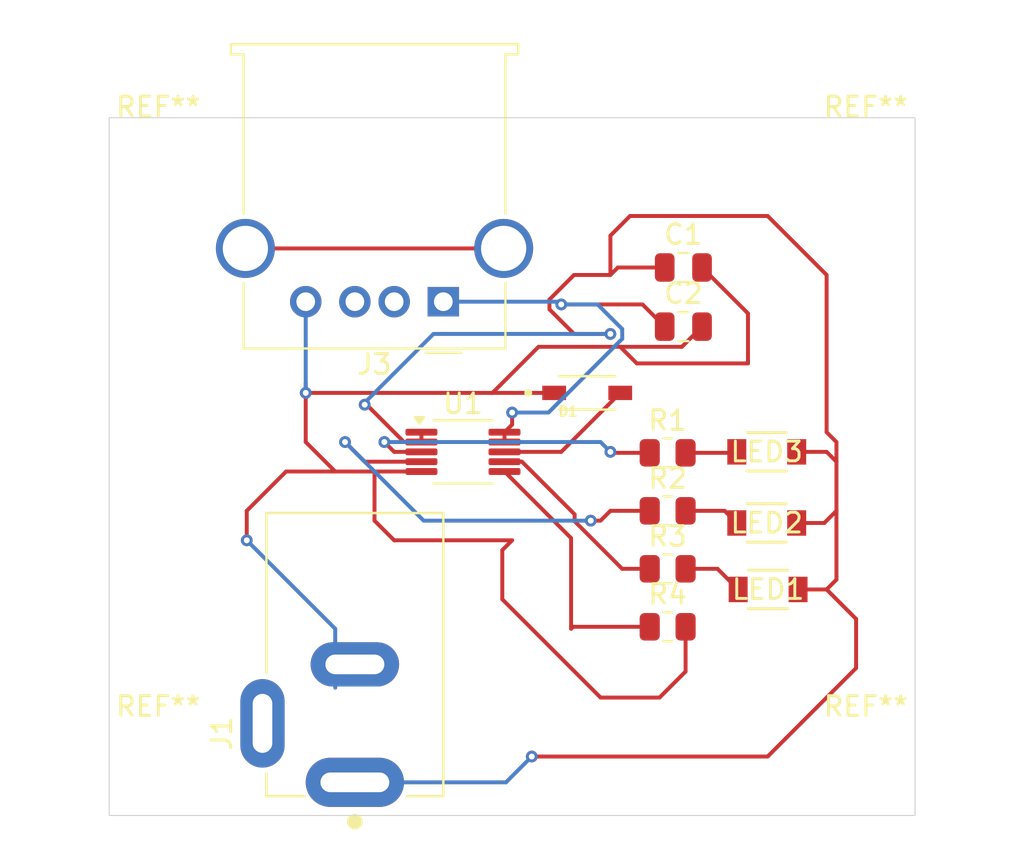
<source format=kicad_pcb>
(kicad_pcb (version 20241229) (generator "pcbnew") (generator_version "9.0")
  (layers (0 "F.Cu" signal) (2 "B.Cu" signal) (13 "F.Paste" user) (15 "B.Paste" user) (5 "F.SilkS" user "F.Silkscreen") (7 "B.SilkS" user "B.Silkscreen") (1 "F.Mask" user) (3 "B.Mask" user) (25 "Edge.Cuts" user))
  (net 0 "")
  (net 1 "Net-(U1-STAT1)")
  (net 2 "Net-(LED3-Pad1)")
  (net 3 "Net-(U1-STAT2)")
  (net 4 "Net-(LED2-Pad1)")
  (net 5 "Net-(LED1-Pad1)")
  (net 6 "Net-(U1-~{PG})")
  (net 7 "Net-(U1-PROG)")
  (net 8 "GND")
  (net 9 "Net-(C1-Pad1)")
  (net 10 "Net-(J3-VBUS)")
  (net 11 "Net-(U1-THERM)")
  (net 13 "unconnected-(J3-Shield-Pad5)")
  (footprint "MountingHole:MountingHole_2.1mm" (layer "F.Cu") (at 150.5 86)
    (property "Reference" "REF**" (at 0 -3.05 0) (layer "F.SilkS"))
    (property "Value" "MountingHole_2.1mm")
    (pad "" np_thru_hole circle (at 0 0) (size 2.1 2.1) (drill 2.1) (layers "*.Cu" "*.Mask"))
  )
  (footprint "Componentes:CUI_PJ-002A" (layer "F.Cu") (at 124.5 117.3125 90)
    (property "Reference" "J1" (at 2.487052 -6.770615 90) (layer "F.SilkS") (effects (font (size 1.000827 1.000827))))
    (property "Value" "PJ-002A")
    (fp_line (start 13.7 -4.5) (end 13.7 4.5) (stroke (width 0.127)) (layer "F.SilkS"))
    (fp_line (start 5.55 -4.5) (end 13.7 -4.5) (stroke (width 0.127)) (layer "F.SilkS"))
    (fp_line (start -0.7 -4.5) (end 0.45 -4.5) (stroke (width 0.127)) (layer "F.SilkS"))
    (fp_line (start -0.7 -2.55) (end -0.7 -4.5) (stroke (width 0.127)) (layer "F.SilkS"))
    (fp_line (start 13.7 4.5) (end -0.7 4.5) (stroke (width 0.127)) (layer "F.SilkS"))
    (fp_line (start -0.7 4.5) (end -0.7 2.65) (stroke (width 0.127)) (layer "F.SilkS"))
    (fp_circle (center -2 0) (end -1.8 0) (stroke (width 0.4)) (fill no) (layer "F.SilkS"))
    (pad "1" thru_hole oval (at 0 0 90) (size 2.5 5) (drill oval 1 3.5) (layers "*.Cu" "*.Mask") (net 9 "Net-(C1-Pad1)"))
    (pad "2" thru_hole oval (at 6 0 90) (size 2.25 4.5) (drill oval 1 3) (layers "*.Cu" "*.Mask") (net 8 "GND"))
    (pad "3" thru_hole oval (at 3 -4.7 90) (size 4.5 2.25) (drill oval 3 1) (layers "*.Cu" "*.Mask"))
  )
  (footprint "Connector_USB:USB_A_Molex_67643_Horizontal" (layer "F.Cu") (at 129 92.86 180)
    (property "Reference" "J3" (at 3.5 -3.19 0) (layer "F.SilkS"))
    (property "Value" "USB_A")
    (fp_line (start 10.81 13.1) (end 10.81 12.58) (stroke (width 0.12)) (layer "F.SilkS"))
    (fp_line (start 10.81 12.58) (end 10.16 12.58) (stroke (width 0.12)) (layer "F.SilkS"))
    (fp_line (start 10.16 4.47) (end 10.16 12.58) (stroke (width 0.12)) (layer "F.SilkS"))
    (fp_line (start 10.16 -2.38) (end 10.16 0.95) (stroke (width 0.12)) (layer "F.SilkS"))
    (fp_line (start -0.9 -2.6) (end 0.9 -2.6) (stroke (width 0.12)) (layer "F.SilkS"))
    (fp_line (start -3.16 12.58) (end -3.16 4.47) (stroke (width 0.12)) (layer "F.SilkS"))
    (fp_line (start -3.16 12.58) (end -3.81 12.58) (stroke (width 0.12)) (layer "F.SilkS"))
    (fp_line (start -3.16 -2.38) (end 10.16 -2.38) (stroke (width 0.12)) (layer "F.SilkS"))
    (fp_line (start -3.16 -2.38) (end -3.16 0.95) (stroke (width 0.12)) (layer "F.SilkS"))
    (fp_line (start -3.81 13.1) (end 10.81 13.1) (stroke (width 0.12)) (layer "F.SilkS"))
    (fp_line (start -3.81 12.58) (end -3.81 13.1) (stroke (width 0.12)) (layer "F.SilkS"))
    (pad "1" thru_hole rect (at 0 0 180) (size 1.6 1.5) (drill 0.95) (layers "*.Cu" "*.Mask") (net 10 "Net-(J3-VBUS)"))
    (pad "2" thru_hole circle (at 2.5 0 180) (size 1.6 1.6) (drill 0.95) (layers "*.Cu" "*.Mask"))
    (pad "3" thru_hole circle (at 4.5 0 180) (size 1.6 1.6) (drill 0.95) (layers "*.Cu" "*.Mask"))
    (pad "4" thru_hole circle (at 7 0 180) (size 1.6 1.6) (drill 0.95) (layers "*.Cu" "*.Mask") (net 8 "GND"))
    (pad "5" thru_hole circle (at -3.07 2.71 180) (size 3 3) (drill 2.3) (layers "*.Cu" "*.Mask") (net 13 "unconnected-(J3-Shield-Pad5)"))
    (pad "5" thru_hole circle (at 10.07 2.71 180) (size 3 3) (drill 2.3) (layers "*.Cu" "*.Mask") (net 13 "unconnected-(J3-Shield-Pad5)"))
  )
  (footprint "Componentes:SOD3715X145N" (layer "F.Cu") (at 136.32 97.5)
    (property "Reference" "D1" (at -0.97763 0.942602 0) (layer "F.SilkS") (effects (font (size 0.4808 0.4808) (thickness 0.1202))))
    (property "Value" "10k")
    (fp_line (start -1.425 -0.85) (end 1.425 -0.85) (stroke (width 0.127)) (layer "F.SilkS"))
    (fp_line (start 1.425 0.85) (end -1.425 0.85) (stroke (width 0.127)) (layer "F.SilkS"))
    (fp_circle (center -3 0) (end -2.9 0) (stroke (width 0.2)) (fill no) (layer "F.SilkS"))
    (pad "A" smd rect (at 1.68 0) (size 1.21 0.73) (layers "F.Cu" "F.Mask" "F.Paste") (net 11 "Net-(U1-THERM)"))
    (pad "C" smd rect (at -1.68 0) (size 1.21 0.73) (layers "F.Cu" "F.Mask" "F.Paste") (net 8 "GND"))
  )
  (footprint "Package_SO:MSOP-10_3x3mm_P0.5mm" (layer "F.Cu") (at 130 100.5)
    (property "Reference" "U1" (at 0 -2.45 0) (layer "F.SilkS"))
    (property "Value" "MCP73833-xxx-UN")
    (fp_line (start 0 -1.61) (end -1.5 -1.61) (stroke (width 0.12)) (layer "F.SilkS"))
    (fp_line (start 0 -1.61) (end 1.5 -1.61) (stroke (width 0.12)) (layer "F.SilkS"))
    (fp_line (start 0 1.61) (end -1.5 1.61) (stroke (width 0.12)) (layer "F.SilkS"))
    (fp_line (start 0 1.61) (end 1.5 1.61) (stroke (width 0.12)) (layer "F.SilkS"))
    (fp_poly (pts (xy -2.2125 -1.435) (xy -2.4525 -1.765) (xy -1.9725 -1.765)) (stroke (width 0.12)) (fill yes) (layer "F.SilkS"))
    (pad "1" smd roundrect (at -2.1125 -1) (size 1.625 0.35) (layers "F.Cu" "F.Mask" "F.Paste") (net 9 "Net-(C1-Pad1)"))
    (pad "2" smd roundrect (at -2.1125 -0.5) (size 1.625 0.35) (layers "F.Cu" "F.Mask" "F.Paste") (net 9 "Net-(C1-Pad1)"))
    (pad "3" smd roundrect (at -2.1125 0) (size 1.625 0.35) (layers "F.Cu" "F.Mask" "F.Paste") (net 1 "Net-(U1-STAT1)"))
    (pad "4" smd roundrect (at -2.1125 0.5) (size 1.625 0.35) (layers "F.Cu" "F.Mask" "F.Paste") (net 3 "Net-(U1-STAT2)"))
    (pad "5" smd roundrect (at -2.1125 1) (size 1.625 0.35) (layers "F.Cu" "F.Mask" "F.Paste") (net 8 "GND"))
    (pad "6" smd roundrect (at 2.1125 1) (size 1.625 0.35) (layers "F.Cu" "F.Mask" "F.Paste") (net 7 "Net-(U1-PROG)"))
    (pad "7" smd roundrect (at 2.1125 0.5) (size 1.625 0.35) (layers "F.Cu" "F.Mask" "F.Paste") (net 6 "Net-(U1-~{PG})"))
    (pad "8" smd roundrect (at 2.1125 0) (size 1.625 0.35) (layers "F.Cu" "F.Mask" "F.Paste") (net 11 "Net-(U1-THERM)"))
    (pad "9" smd roundrect (at 2.1125 -0.5) (size 1.625 0.35) (layers "F.Cu" "F.Mask" "F.Paste") (net 10 "Net-(J3-VBUS)"))
    (pad "10" smd roundrect (at 2.1125 -1) (size 1.625 0.35) (layers "F.Cu" "F.Mask" "F.Paste") (net 10 "Net-(J3-VBUS)"))
  )
  (footprint "Componentes:LED_LTST-C150GKT_LTO" (layer "F.Cu") (at 145.4543 100.5)
    (property "Reference" "LED3" (at 0 0 0) (layer "F.SilkS"))
    (property "Value" "~")
    (fp_line (start -1.000365 0.9779) (end 1.000365 0.9779) (stroke (width 0.1524)) (layer "F.SilkS"))
    (fp_line (start 1.000365 -0.9779) (end -1.000365 -0.9779) (stroke (width 0.1524)) (layer "F.SilkS"))
    (pad "1" smd rect (at -1.524 0) (size 0.9652 1.2954) (layers "F.Cu" "F.Mask" "F.Paste") (net 2 "Net-(LED3-Pad1)"))
    (pad "2" smd rect (at 1.524 0) (size 0.9652 1.2954) (layers "F.Cu" "F.Mask" "F.Paste") (net 9 "Net-(C1-Pad1)"))
  )
  (footprint "Resistor_SMD:R_0805_2012Metric" (layer "F.Cu") (at 140.4125 109.4)
    (property "Reference" "R4" (at 0 -1.65 0) (layer "F.SilkS"))
    (property "Value" "1k")
    (fp_line (start -0.227064 -0.735) (end 0.227064 -0.735) (stroke (width 0.12)) (layer "F.SilkS"))
    (fp_line (start -0.227064 0.735) (end 0.227064 0.735) (stroke (width 0.12)) (layer "F.SilkS"))
    (pad "1" smd roundrect (at -0.9125 0) (size 1.025 1.4) (layers "F.Cu" "F.Mask" "F.Paste") (roundrect_rratio 0.243902) (net 7 "Net-(U1-PROG)"))
    (pad "2" smd roundrect (at 0.9125 0) (size 1.025 1.4) (layers "F.Cu" "F.Mask" "F.Paste") (roundrect_rratio 0.243902) (net 8 "GND"))
  )
  (footprint "Componentes:LED_LTST-C150GKT_LTO" (layer "F.Cu") (at 145.524 107.5)
    (property "Reference" "LED1" (at 0 0 0) (layer "F.SilkS"))
    (property "Value" "~")
    (fp_line (start -1.000365 0.9779) (end 1.000365 0.9779) (stroke (width 0.1524)) (layer "F.SilkS"))
    (fp_line (start 1.000365 -0.9779) (end -1.000365 -0.9779) (stroke (width 0.1524)) (layer "F.SilkS"))
    (pad "1" smd rect (at -1.524 0) (size 0.9652 1.2954) (layers "F.Cu" "F.Mask" "F.Paste") (net 5 "Net-(LED1-Pad1)"))
    (pad "2" smd rect (at 1.524 0) (size 0.9652 1.2954) (layers "F.Cu" "F.Mask" "F.Paste") (net 9 "Net-(C1-Pad1)"))
  )
  (footprint "MountingHole:MountingHole_2.1mm" (layer "F.Cu") (at 114.5 86)
    (property "Reference" "REF**" (at 0 -3.05 0) (layer "F.SilkS"))
    (property "Value" "MountingHole_2.1mm")
    (pad "" np_thru_hole circle (at 0 0) (size 2.1 2.1) (drill 2.1) (layers "*.Cu" "*.Mask"))
  )
  (footprint "MountingHole:MountingHole_2.1mm" (layer "F.Cu") (at 114.5 116.5)
    (property "Reference" "REF**" (at 0 -3.05 0) (layer "F.SilkS"))
    (property "Value" "MountingHole_2.1mm")
    (pad "" np_thru_hole circle (at 0 0) (size 2.1 2.1) (drill 2.1) (layers "*.Cu" "*.Mask"))
  )
  (footprint "MountingHole:MountingHole_2.1mm" (layer "F.Cu") (at 150.5 116.5)
    (property "Reference" "REF**" (at 0 -3.05 0) (layer "F.SilkS"))
    (property "Value" "MountingHole_2.1mm")
    (pad "" np_thru_hole circle (at 0 0) (size 2.1 2.1) (drill 2.1) (layers "*.Cu" "*.Mask"))
  )
  (footprint "Resistor_SMD:R_0805_2012Metric" (layer "F.Cu") (at 140.4125 103.5)
    (property "Reference" "R2" (at 0 -1.65 0) (layer "F.SilkS"))
    (property "Value" "470")
    (fp_line (start -0.227064 -0.735) (end 0.227064 -0.735) (stroke (width 0.12)) (layer "F.SilkS"))
    (fp_line (start -0.227064 0.735) (end 0.227064 0.735) (stroke (width 0.12)) (layer "F.SilkS"))
    (pad "1" smd roundrect (at -0.9125 0) (size 1.025 1.4) (layers "F.Cu" "F.Mask" "F.Paste") (roundrect_rratio 0.243902) (net 3 "Net-(U1-STAT2)"))
    (pad "2" smd roundrect (at 0.9125 0) (size 1.025 1.4) (layers "F.Cu" "F.Mask" "F.Paste") (roundrect_rratio 0.243902) (net 4 "Net-(LED2-Pad1)"))
  )
  (footprint "Componentes:LED_LTST-C150GKT_LTO" (layer "F.Cu") (at 145.4543 104.1183)
    (property "Reference" "LED2" (at 0 0 0) (layer "F.SilkS"))
    (property "Value" "~")
    (fp_line (start -1.000365 0.9779) (end 1.000365 0.9779) (stroke (width 0.1524)) (layer "F.SilkS"))
    (fp_line (start 1.000365 -0.9779) (end -1.000365 -0.9779) (stroke (width 0.1524)) (layer "F.SilkS"))
    (pad "1" smd rect (at -1.524 0) (size 0.9652 1.2954) (layers "F.Cu" "F.Mask" "F.Paste") (net 4 "Net-(LED2-Pad1)"))
    (pad "2" smd rect (at 1.524 0) (size 0.9652 1.2954) (layers "F.Cu" "F.Mask" "F.Paste") (net 9 "Net-(C1-Pad1)"))
  )
  (footprint "Capacitor_SMD:C_0805_2012Metric" (layer "F.Cu") (at 141.2125 91.12)
    (property "Reference" "C1" (at 0 -1.68 0) (layer "F.SilkS"))
    (property "Value" "1uF")
    (fp_line (start -0.261252 -0.735) (end 0.261252 -0.735) (stroke (width 0.12)) (layer "F.SilkS"))
    (fp_line (start -0.261252 0.735) (end 0.261252 0.735) (stroke (width 0.12)) (layer "F.SilkS"))
    (pad "1" smd roundrect (at -0.95 0) (size 1 1.45) (layers "F.Cu" "F.Mask" "F.Paste") (net 9 "Net-(C1-Pad1)"))
    (pad "2" smd roundrect (at 0.95 0) (size 1 1.45) (layers "F.Cu" "F.Mask" "F.Paste") (net 8 "GND"))
  )
  (footprint "Resistor_SMD:R_0805_2012Metric" (layer "F.Cu") (at 140.4125 100.55)
    (property "Reference" "R1" (at 0 -1.65 0) (layer "F.SilkS"))
    (property "Value" "470")
    (fp_line (start -0.227064 -0.735) (end 0.227064 -0.735) (stroke (width 0.12)) (layer "F.SilkS"))
    (fp_line (start -0.227064 0.735) (end 0.227064 0.735) (stroke (width 0.12)) (layer "F.SilkS"))
    (pad "1" smd roundrect (at -0.9125 0) (size 1.025 1.4) (layers "F.Cu" "F.Mask" "F.Paste") (roundrect_rratio 0.243902) (net 1 "Net-(U1-STAT1)"))
    (pad "2" smd roundrect (at 0.9125 0) (size 1.025 1.4) (layers "F.Cu" "F.Mask" "F.Paste") (roundrect_rratio 0.243902) (net 2 "Net-(LED3-Pad1)"))
  )
  (footprint "Capacitor_SMD:C_0805_2012Metric" (layer "F.Cu") (at 141.2125 94.13)
    (property "Reference" "C2" (at 0 -1.68 0) (layer "F.SilkS"))
    (property "Value" "1uF")
    (fp_line (start -0.261252 -0.735) (end 0.261252 -0.735) (stroke (width 0.12)) (layer "F.SilkS"))
    (fp_line (start -0.261252 0.735) (end 0.261252 0.735) (stroke (width 0.12)) (layer "F.SilkS"))
    (pad "1" smd roundrect (at -0.95 0) (size 1 1.45) (layers "F.Cu" "F.Mask" "F.Paste") (net 10 "Net-(J3-VBUS)"))
    (pad "2" smd roundrect (at 0.95 0) (size 1 1.45) (layers "F.Cu" "F.Mask" "F.Paste") (net 8 "GND"))
  )
  (footprint "Resistor_SMD:R_0805_2012Metric" (layer "F.Cu") (at 140.4125 106.45)
    (property "Reference" "R3" (at 0 -1.65 0) (layer "F.SilkS"))
    (property "Value" "470")
    (fp_line (start -0.227064 -0.735) (end 0.227064 -0.735) (stroke (width 0.12)) (layer "F.SilkS"))
    (fp_line (start -0.227064 0.735) (end 0.227064 0.735) (stroke (width 0.12)) (layer "F.SilkS"))
    (pad "1" smd roundrect (at -0.9125 0) (size 1.025 1.4) (layers "F.Cu" "F.Mask" "F.Paste") (roundrect_rratio 0.243902) (net 6 "Net-(U1-~{PG})"))
    (pad "2" smd roundrect (at 0.9125 0) (size 1.025 1.4) (layers "F.Cu" "F.Mask" "F.Paste") (roundrect_rratio 0.243902) (net 5 "Net-(LED1-Pad1)"))
  )
  (gr_rect (start 112 83.5) (end 153 119) (stroke (width 0.05)) (fill no) (layer "Edge.Cuts"))
  (segment (start 137.55 100.55) (end 139.5 100.55) (width 0.2) (layer "F.Cu") (net 1))
  (segment (start 137.5 100.5) (end 137.55 100.55) (width 0.2) (layer "F.Cu") (net 1))
  (segment (start 126.5 100.5) (end 126 100) (width 0.2) (layer "F.Cu") (net 1))
  (segment (start 127.8875 100.5) (end 126.5 100.5) (width 0.2) (layer "F.Cu") (net 1))
  (via (at 126 100) (size 0.6) (drill 0.3) (layers "F.Cu" "B.Cu") (net 1))
  (via (at 137.5 100.5) (size 0.6) (drill 0.3) (layers "F.Cu" "B.Cu") (net 1))
  (segment (start 126 100) (end 137 100) (width 0.2) (layer "B.Cu") (net 1))
  (segment (start 137 100) (end 137.5 100.5) (width 0.2) (layer "B.Cu") (net 1))
  (segment (start 143.8803 100.55) (end 143.9303 100.5) (width 0.2) (layer "F.Cu") (net 2))
  (segment (start 141.325 100.55) (end 143.8803 100.55) (width 0.2) (layer "F.Cu") (net 2))
  (segment (start 137 104) (end 137.5 103.5) (width 0.2) (layer "F.Cu") (net 3))
  (segment (start 125 101) (end 124 100) (width 0.2) (layer "F.Cu") (net 3))
  (segment (start 127.8875 101) (end 125 101) (width 0.2) (layer "F.Cu") (net 3))
  (segment (start 136.5 104) (end 137 104) (width 0.2) (layer "F.Cu") (net 3))
  (segment (start 137.5 103.5) (end 139.5 103.5) (width 0.2) (layer "F.Cu") (net 3))
  (via (at 136.5 104) (size 0.6) (drill 0.3) (layers "F.Cu" "B.Cu") (net 3))
  (via (at 124 100) (size 0.6) (drill 0.3) (layers "F.Cu" "B.Cu") (net 3))
  (segment (start 124 100) (end 128 104) (width 0.2) (layer "B.Cu") (net 3))
  (segment (start 128 104) (end 136.5 104) (width 0.2) (layer "B.Cu") (net 3))
  (segment (start 141.325 103.5) (end 143.312 103.5) (width 0.2) (layer "F.Cu") (net 4))
  (segment (start 143.312 103.5) (end 143.9303 104.1183) (width 0.2) (layer "F.Cu") (net 4))
  (segment (start 142.95 106.45) (end 144 107.5) (width 0.2) (layer "F.Cu") (net 5))
  (segment (start 141.325 106.45) (end 142.95 106.45) (width 0.2) (layer "F.Cu") (net 5))
  (segment (start 132.1125 101) (end 133 101) (width 0.2) (layer "F.Cu") (net 6))
  (segment (start 135.6796 104.029543) (end 138.100057 106.45) (width 0.2) (layer "F.Cu") (net 6))
  (segment (start 133 101) (end 135.6796 103.6796) (width 0.2) (layer "F.Cu") (net 6))
  (segment (start 135.6796 103.6796) (end 135.6796 104.029543) (width 0.2) (layer "F.Cu") (net 6))
  (segment (start 138.100057 106.45) (end 139.5 106.45) (width 0.2) (layer "F.Cu") (net 6))
  (segment (start 135.5 104.8875) (end 135.5 109.5) (width 0.2) (layer "F.Cu") (net 7))
  (segment (start 135.6 109.4) (end 139.5 109.4) (width 0.2) (layer "F.Cu") (net 7))
  (segment (start 135.5 109.5) (end 135.6 109.4) (width 0.2) (layer "F.Cu") (net 7))
  (segment (start 132.1125 101.5) (end 135.5 104.8875) (width 0.2) (layer "F.Cu") (net 7))
  (segment (start 126.5 105) (end 125.5 104) (width 0.2) (layer "F.Cu") (net 8))
  (segment (start 131.5 97.5) (end 122 97.5) (width 0.2) (layer "F.Cu") (net 8))
  (segment (start 138.844 96) (end 138 95.156) (width 0.2) (layer "F.Cu") (net 8))
  (segment (start 122 97.5) (end 122 100) (width 0.2) (layer "F.Cu") (net 8))
  (segment (start 140 113) (end 137 113) (width 0.2) (layer "F.Cu") (net 8))
  (segment (start 142.1625 91.12) (end 144.5 93.4575) (width 0.2) (layer "F.Cu") (net 8))
  (segment (start 132 108) (end 132 105.5) (width 0.2) (layer "F.Cu") (net 8))
  (segment (start 132 105.5) (end 132.5 105) (width 0.2) (layer "F.Cu") (net 8))
  (segment (start 121 101.5) (end 123.5 101.5) (width 0.2) (layer "F.Cu") (net 8))
  (segment (start 123.5 101.5) (end 125.5 101.5) (width 0.2) (layer "F.Cu") (net 8))
  (segment (start 122 100) (end 123.5 101.5) (width 0.2) (layer "F.Cu") (net 8))
  (segment (start 142.1625 94.13) (end 141.1365 95.156) (width 0.2) (layer "F.Cu") (net 8))
  (segment (start 125.5 104) (end 125.5 101.5) (width 0.2) (layer "F.Cu") (net 8))
  (segment (start 132.5 105) (end 126.5 105) (width 0.2) (layer "F.Cu") (net 8))
  (segment (start 141.325 111.675) (end 140 113) (width 0.2) (layer "F.Cu") (net 8))
  (segment (start 134.64 97.5) (end 131.5 97.5) (width 0.2) (layer "F.Cu") (net 8))
  (segment (start 125.5 101.5) (end 127.8875 101.5) (width 0.2) (layer "F.Cu") (net 8))
  (segment (start 144.5 96) (end 138.844 96) (width 0.2) (layer "F.Cu") (net 8))
  (segment (start 141.325 109.4) (end 141.325 111.675) (width 0.2) (layer "F.Cu") (net 8))
  (segment (start 138 95.156) (end 133.844 95.156) (width 0.2) (layer "F.Cu") (net 8))
  (segment (start 119 105) (end 119 103.5) (width 0.2) (layer "F.Cu") (net 8))
  (segment (start 137 113) (end 132 108) (width 0.2) (layer "F.Cu") (net 8))
  (segment (start 141.1365 95.156) (end 138 95.156) (width 0.2) (layer "F.Cu") (net 8))
  (segment (start 119 103.5) (end 121 101.5) (width 0.2) (layer "F.Cu") (net 8))
  (segment (start 144.5 93.4575) (end 144.5 96) (width 0.2) (layer "F.Cu") (net 8))
  (segment (start 133.844 95.156) (end 131.5 97.5) (width 0.2) (layer "F.Cu") (net 8))
  (via (at 122 97.5) (size 0.6) (drill 0.3) (layers "F.Cu" "B.Cu") (net 8))
  (via (at 119 105) (size 0.6) (drill 0.3) (layers "F.Cu" "B.Cu") (net 8))
  (segment (start 122 92.86) (end 122 97.5) (width 0.2) (layer "B.Cu") (net 8))
  (segment (start 123.5 109.5) (end 119 105) (width 0.2) (layer "B.Cu") (net 8))
  (segment (start 122 97.5) (end 122 97) (width 0.2) (layer "B.Cu") (net 8))
  (segment (start 123.5 112.5) (end 123.5 109.5) (width 0.2) (layer "B.Cu") (net 8))
  (segment (start 150 111.5) (end 150 109) (width 0.2) (layer "F.Cu") (net 9))
  (segment (start 134.399 92.751057) (end 135.650057 91.5) (width 0.2) (layer "F.Cu") (net 9))
  (segment (start 146.9783 100.5) (end 148.5 100.5) (width 0.2) (layer "F.Cu") (net 9))
  (segment (start 127 100) (end 125 98) (width 0.2) (layer "F.Cu") (net 9))
  (segment (start 137.88 91.12) (end 137.5 91.5) (width 0.2) (layer "F.Cu") (net 9))
  (segment (start 149 103.5) (end 149 101) (width 0.2) (layer "F.Cu") (net 9))
  (segment (start 138.5 88.5) (end 145.5 88.5) (width 0.2) (layer "F.Cu") (net 9))
  (segment (start 146.9783 104.1183) (end 148.3817 104.1183) (width 0.2) (layer "F.Cu") (net 9))
  (segment (start 137.5 94.5) (end 135.650057 94.5) (width 0.2) (layer "F.Cu") (net 9))
  (segment (start 148.5 100.5) (end 149 101) (width 0.2) (layer "F.Cu") (net 9))
  (segment (start 148.5 107.5) (end 149 107) (width 0.2) (layer "F.Cu") (net 9))
  (segment (start 127.8875 100) (end 127 100) (width 0.2) (layer "F.Cu") (net 9))
  (segment (start 149 101) (end 149 100) (width 0.2) (layer "F.Cu") (net 9))
  (segment (start 135.650057 91.5) (end 137.5 91.5) (width 0.2) (layer "F.Cu") (net 9))
  (segment (start 127.8875 99.5) (end 127.8875 100) (width 0.2) (layer "F.Cu") (net 9))
  (segment (start 137.5 91.5) (end 137.5 89.5) (width 0.2) (layer "F.Cu") (net 9))
  (segment (start 135.650057 94.5) (end 134.399 93.248943) (width 0.2) (layer "F.Cu") (net 9))
  (segment (start 148.3817 104.1183) (end 149 103.5) (width 0.2) (layer "F.Cu") (net 9))
  (segment (start 125 98) (end 125 98.1) (width 0.2) (layer "F.Cu") (net 9))
  (segment (start 145.5 88.5) (end 148.5 91.5) (width 0.2) (layer "F.Cu") (net 9))
  (segment (start 147.048 107.5) (end 148.5 107.5) (width 0.2) (layer "F.Cu") (net 9))
  (segment (start 149 100) (end 148.5 99.5) (width 0.2) (layer "F.Cu") (net 9))
  (segment (start 137.5 89.5) (end 138.5 88.5) (width 0.2) (layer "F.Cu") (net 9))
  (segment (start 140.2625 91.12) (end 137.88 91.12) (width 0.2) (layer "F.Cu") (net 9))
  (segment (start 150 109) (end 148.5 107.5) (width 0.2) (layer "F.Cu") (net 9))
  (segment (start 145.5 116) (end 150 111.5) (width 0.2) (layer "F.Cu") (net 9))
  (segment (start 134.399 93.248943) (end 134.399 92.751057) (width 0.2) (layer "F.Cu") (net 9))
  (segment (start 133.5 116) (end 145.5 116) (width 0.2) (layer "F.Cu") (net 9))
  (segment (start 149 107) (end 149 103.5) (width 0.2) (layer "F.Cu") (net 9))
  (segment (start 148.5 91.5) (end 148.5 99.5) (width 0.2) (layer "F.Cu") (net 9))
  (via (at 125 98.1) (size 0.6) (drill 0.3) (layers "F.Cu" "B.Cu") (net 9))
  (via (at 133.5 116) (size 0.6) (drill 0.3) (layers "F.Cu" "B.Cu") (net 9))
  (via (at 137.5 94.5) (size 0.6) (drill 0.3) (layers "F.Cu" "B.Cu") (net 9))
  (segment (start 125 98) (end 126.5 96.5) (width 0.2) (layer "B.Cu") (net 9))
  (segment (start 124.5 117.3125) (end 132.1875 117.3125) (width 0.2) (layer "B.Cu") (net 9))
  (segment (start 126.5 96.5) (end 128.5 94.5) (width 0.2) (layer "B.Cu") (net 9))
  (segment (start 132.1875 117.3125) (end 133.5 116) (width 0.2) (layer "B.Cu") (net 9))
  (segment (start 128.5 94.5) (end 137.5 94.5) (width 0.2) (layer "B.Cu") (net 9))
  (segment (start 125 98.1) (end 125 98) (width 0.2) (layer "B.Cu") (net 9))
  (segment (start 139.1325 93) (end 140.2625 94.13) (width 0.2) (layer "F.Cu") (net 10))
  (segment (start 132.1125 99.5) (end 132.5 99.1125) (width 0.2) (layer "F.Cu") (net 10))
  (segment (start 132.5 99.1125) (end 132.5 98.5) (width 0.2) (layer "F.Cu") (net 10))
  (segment (start 135 93) (end 139.1325 93) (width 0.2) (layer "F.Cu") (net 10))
  (segment (start 132.1125 99.5) (end 132.1125 100) (width 0.2) (layer "F.Cu") (net 10))
  (via (at 135 93) (size 0.6) (drill 0.3) (layers "F.Cu" "B.Cu") (net 10))
  (via (at 132.5 98.5) (size 0.6) (drill 0.3) (layers "F.Cu" "B.Cu") (net 10))
  (segment (start 136.849943 93) (end 135 93) (width 0.2) (layer "B.Cu") (net 10))
  (segment (start 134.349943 98.5) (end 138.101 94.748943) (width 0.2) (layer "B.Cu") (net 10))
  (segment (start 134.86 92.86) (end 135 93) (width 0.2) (layer "B.Cu") (net 10))
  (segment (start 138.101 94.251057) (end 136.849943 93) (width 0.2) (layer "B.Cu") (net 10))
  (segment (start 129 92.86) (end 134.86 92.86) (width 0.2) (layer "B.Cu") (net 10))
  (segment (start 132.5 98.5) (end 134.349943 98.5) (width 0.2) (layer "B.Cu") (net 10))
  (segment (start 138.101 94.748943) (end 138.101 94.251057) (width 0.2) (layer "B.Cu") (net 10))
  (segment (start 138 97.5) (end 135 100.5) (width 0.2) (layer "F.Cu") (net 11))
  (segment (start 135 100.5) (end 132.1125 100.5) (width 0.2) (layer "F.Cu") (net 11))
  (segment (start 118.93 90.15) (end 132.07 90.15) (width 0.2) (layer "F.Cu") (net 13))
)
</source>
